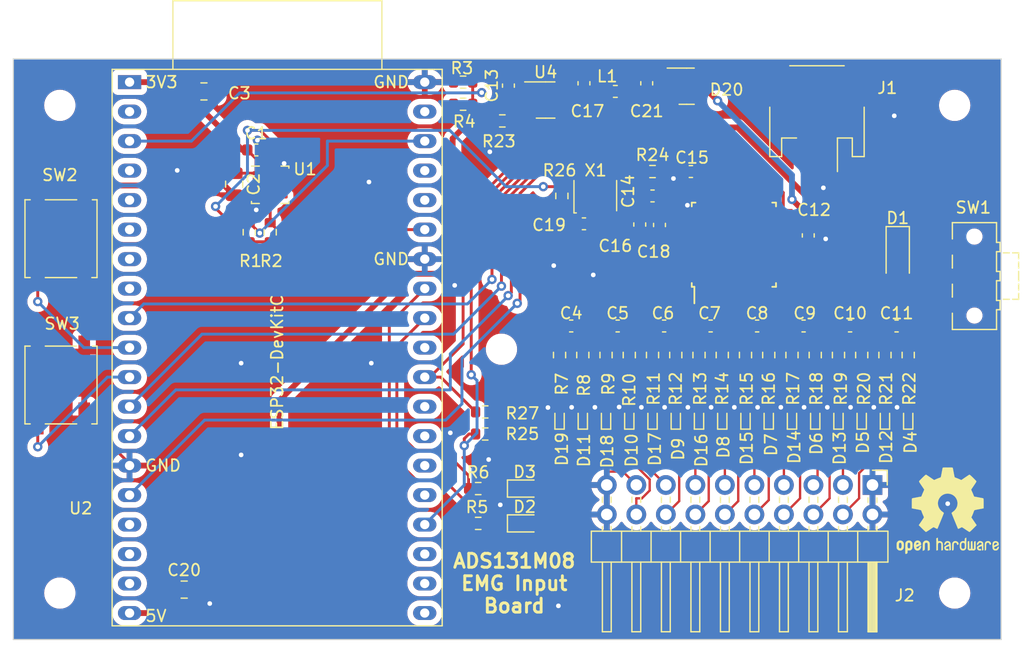
<source format=kicad_pcb>
(kicad_pcb (version 20221018) (generator pcbnew)
  (layers (0 "F.Cu" signal) (31 "B.Cu" signal) (34 "B.Paste" user) (35 "F.Paste" user) (36 "B.SilkS" user "B.Silkscreen") (37 "F.SilkS" user "F.Silkscreen") (38 "B.Mask" user) (39 "F.Mask" user) (44 "Edge.Cuts" user))
  (net 0 "")
  (net 1 "+3.3V")
  (net 2 "GND")
  (net 3 "/ADS131M08_Input/AIN0P")
  (net 4 "/ADS131M08_Input/AIN0N")
  (net 5 "/ADS131M08_Input/AIN1P")
  (net 6 "/ADS131M08_Input/AIN1N")
  (net 7 "/ADS131M08_Input/AIN2P")
  (net 8 "/ADS131M08_Input/AIN2N")
  (net 9 "/ADS131M08_Input/AIN3P")
  (net 10 "/ADS131M08_Input/AIN3N")
  (net 11 "/ADS131M08_Input/AIN4P")
  (net 12 "/ADS131M08_Input/AIN4N")
  (net 13 "/ADS131M08_Input/AIN5P")
  (net 14 "/ADS131M08_Input/AIN5N")
  (net 15 "/ADS131M08_Input/AIN6P")
  (net 16 "/ADS131M08_Input/AIN6N")
  (net 17 "/ADS131M08_Input/AIN7P")
  (net 18 "/ADS131M08_Input/AIN7N")
  (net 19 "+3.3VA")
  (net 20 "+5V")
  (net 21 "Net-(U3-CAP)")
  (net 22 "Net-(U3-CLKIN)")
  (net 23 "Net-(D1-A)")
  (net 24 "Net-(D2-K)")
  (net 25 "Net-(D3-K)")
  (net 26 "/ADS131M08_Input/IN0P")
  (net 27 "/ADS131M08_Input/IN1P")
  (net 28 "/ADS131M08_Input/IN2P")
  (net 29 "/ADS131M08_Input/IN3P")
  (net 30 "/ADS131M08_Input/IN4P")
  (net 31 "/ADS131M08_Input/IN5P")
  (net 32 "/ADS131M08_Input/IN6P")
  (net 33 "/ADS131M08_Input/IN7P")
  (net 34 "/ADS131M08_Input/IN0N")
  (net 35 "/ADS131M08_Input/IN1N")
  (net 36 "/ADS131M08_Input/IN2N")
  (net 37 "/ADS131M08_Input/IN3N")
  (net 38 "/ADS131M08_Input/IN4N")
  (net 39 "/ADS131M08_Input/IN5N")
  (net 40 "/ADS131M08_Input/IN6N")
  (net 41 "/ADS131M08_Input/IN7N")
  (net 43 "/SCL")
  (net 44 "/SDA")
  (net 45 "Net-(U2-SENSOR_VP{slash}GPIO36{slash}ADC1_CH0)")
  (net 46 "/LED1")
  (net 47 "/LED2")
  (net 48 "Net-(U4-EN)")
  (net 49 "Net-(X1-OUT)")
  (net 50 "/{slash}CS")
  (net 51 "Net-(X1-EN)")
  (net 52 "/{slash}RESET")
  (net 64 "/{slash}DRDY")
  (net 65 "/SW1")
  (net 66 "/SW2")
  (net 67 "/SCLK")
  (net 68 "/DOUT")
  (net 69 "/DIN")
  (net 88 "Net-(J1-Pin_1)")
  (net 90 "Net-(U4-OUT)")
  (footprint "Resistor_SMD:R_0603_1608Metric" (layer "F.Cu") (at 182 75.5 -90)
    (fp_text reference "R17")
    (fp_text value "1k")
  )
  (footprint "Capacitor_SMD:C_0603_1608Metric" (layer "F.Cu") (at 163 73)
    (fp_text reference "C4")
    (fp_text value "10n")
  )
  (footprint "Resistor_SMD:R_0603_1608Metric" (layer "F.Cu") (at 190 75.5 -90)
    (fp_text reference "R21")
    (fp_text value "1k")
  )
  (footprint "LED_SMD:LED_0603_1608Metric" (layer "F.Cu") (at 159 87)
    (fp_text reference "D3")
    (fp_text value "LED")
  )
  (footprint "Resistor_SMD:R_0603_1608Metric" (layer "F.Cu") (at 188 75.5 -90)
    (fp_text reference "R20")
    (fp_text value "1k")
  )
  (footprint "MountingHole:MountingHole_2.2mm_M2" (layer "F.Cu") (at 157 75)
    (fp_text reference "H5" hide)
    (fp_text value "MountingHole")
  )
  (footprint "Capacitor_SMD:C_0603_1608Metric" (layer "F.Cu") (at 191 73)
    (fp_text reference "C11")
    (fp_text value "10n")
  )
  (footprint "MountingHole:MountingHole_2.2mm_M2" (layer "F.Cu") (at 119 96)
    (fp_text reference "H2" hide)
    (fp_text value "MountingHole")
  )
  (footprint "Resistor_SMD:R_0603_1608Metric" (layer "F.Cu") (at 180 75.5 -90)
    (fp_text reference "R16")
    (fp_text value "1k")
  )
  (footprint "Inductor_SMD:L_0603_1608Metric" (layer "F.Cu") (at 166.8 52.8 180)
    (fp_text reference "L1")
    (fp_text value "3.3uH")
  )
  (footprint "Diode_SMD:D_SOD-923" (layer "F.Cu") (at 184 81.021548 90)
    (fp_text reference "D6")
    (fp_text value "PESD2V0Y1")
  )
  (footprint "Diode_SMD:D_SOD-923" (layer "F.Cu") (at 168 81.021548 90)
    (fp_text reference "D10")
    (fp_text value "PESD2V0Y1")
  )
  (footprint "Symbol:OSHW-Logo2_9.8x8mm_SilkScreen" (layer "F.Cu") (at 195.4 88.9)
    (fp_text reference "SYM1" hide)
    (fp_text value "Logo_Open_Hardware_Small" hide)
  )
  (footprint "Diode_SMD:D_SOD-923" (layer "F.Cu") (at 192 81.021548 90)
    (fp_text reference "D4")
    (fp_text value "PESD2V0Y1")
  )
  (footprint "Resistor_SMD:R_0603_1608Metric" (layer "F.Cu") (at 155 90 180)
    (fp_text reference "R5")
    (fp_text value "1k")
  )
  (footprint "Package_QFP:TQFP-32_7x7mm_P0.8mm" (layer "F.Cu") (at 177 66 90)
    (fp_text reference "U3" hide)
    (fp_text value "ADS131M08")
  )
  (footprint "Capacitor_SMD:C_0603_1608Metric" (layer "F.Cu") (at 164.1 52.1 90)
    (fp_text reference "C17")
    (fp_text value "1u")
  )
  (footprint "Resistor_SMD:R_0603_1608Metric" (layer "F.Cu") (at 186 75.5 -90)
    (fp_text reference "R19")
    (fp_text value "1k")
  )
  (footprint "Resistor_SMD:R_0603_1608Metric" (layer "F.Cu") (at 170 75.5 -90)
    (fp_text reference "R11")
    (fp_text value "1k")
  )
  (footprint "Button_Switch_SMD:SW_SPST_EVQP0" (layer "F.Cu") (at 119.1 65.48 90)
    (fp_text reference "SW2")
    (fp_text value "SW_Push")
  )
  (footprint "Capacitor_SMD:C_0805_2012Metric" (layer "F.Cu") (at 131.4 52.8)
    (fp_text reference "C3")
    (fp_text value "10u")
  )
  (footprint "LED_SMD:LED_0603_1608Metric" (layer "F.Cu") (at 159 90)
    (fp_text reference "D2")
    (fp_text value "LED")
  )
  (footprint "Resistor_SMD:R_0603_1608Metric" (layer "F.Cu") (at 157.075 55.34)
    (fp_text reference "R23")
    (fp_text value "100k")
  )
  (footprint "MountingHole:MountingHole_2.2mm_M2" (layer "F.Cu") (at 119 54)
    (fp_text reference "H1" hide)
    (fp_text value "MountingHole")
  )
  (footprint "Connector_PinHeader_2.54mm:PinHeader_2x10_P2.54mm_Horizontal" (layer "F.Cu") (at 188.925 86.69 -90)
    (fp_text reference "J2")
    (fp_text value "Conn_02x10_Odd_Even")
  )
  (footprint "Capacitor_SMD:C_0603_1608Metric" (layer "F.Cu") (at 175 73)
    (fp_text reference "C7")
    (fp_text value "10n")
  )
  (footprint "Capacitor_SMD:C_0603_1608Metric" (layer "F.Cu") (at 135.9 57.84)
    (fp_text reference "C1")
    (fp_text value "100n")
  )
  (footprint "Diode_SMD:D_SOD-923" (layer "F.Cu") (at 190 81.021548 90)
    (fp_text reference "D12")
    (fp_text value "PESD2V0Y1")
  )
  (footprint "Diode_SMD:D_SOD-923" (layer "F.Cu") (at 180 81.021548 90)
    (fp_text reference "D7")
    (fp_text value "PESD2V0Y1")
  )
  (footprint "Diode_SMD:D_SOD-923" (layer "F.Cu") (at 182 81.021548 90)
    (fp_text reference "D14")
    (fp_text value "PESD2V0Y1")
  )
  (footprint "Resistor_SMD:R_0603_1608Metric" (layer "F.Cu") (at 162 75.5 -90)
    (fp_text reference "R7")
    (fp_text value "1k")
  )
  (footprint "Diode_SMD:D_SOD-923" (layer "F.Cu") (at 174 81.021548 90)
    (fp_text reference "D16")
    (fp_text value "PESD2V0Y1")
  )
  (footprint "Resistor_SMD:R_0603_1608Metric" (layer "F.Cu") (at 184 75.5 -90)
    (fp_text reference "R18")
    (fp_text value "1k")
  )
  (footprint "Resistor_SMD:R_0603_1608Metric" (layer "F.Cu") (at 192 75.5 -90)
    (fp_text reference "R22")
    (fp_text value "1k")
  )
  (footprint "Diode_SMD:D_SOD-923" (layer "F.Cu") (at 176 81.021548 90)
    (fp_text reference "D8")
    (fp_text value "PESD2V0Y1")
  )
  (footprint "Resistor_SMD:R_0603_1608Metric" (layer "F.Cu") (at 155.6 82.3 180)
    (fp_text reference "R25")
    (fp_text value "100k")
  )
  (footprint "Capacitor_SMD:C_0805_2012Metric" (layer "F.Cu") (at 134 60.79 -90)
    (fp_text reference "C2")
    (fp_text value "10u")
  )
  (footprint "Package_TO_SOT_SMD:SOT-23-5" (layer "F.Cu") (at 160.8 53.54)
    (fp_text reference "U4")
    (fp_text value "LP5907MFX-3.3")
  )
  (footprint "Resistor_SMD:R_0603_1608Metric" (layer "F.Cu") (at 155 87 180)
    (fp_text reference "R6")
    (fp_text value "1k")
  )
  (footprint "Capacitor_SMD:C_0603_1608Metric" (layer "F.Cu") (at 187 73)
    (fp_text reference "C10")
    (fp_text value "10n")
  )
  (footprint "Resistor_SMD:R_0603_1608Metric" (layer "F.Cu") (at 162.2 61.8 90)
    (fp_text reference "R26")
    (fp_text value "100k")
  )
  (footprint "Capacitor_SMD:C_0603_1608Metric" (layer "F.Cu") (at 169.5 52.1 90)
    (fp_text reference "C21")
    (fp_text value "100n")
  )
  (footprint "Resistor_SMD:R_0603_1608Metric" (layer "F.Cu") (at 174 75.5 -90)
    (fp_text reference "R13")
    (fp_text value "1k")
  )
  (footprint "Espressif:ESP32-DevKitC" (layer "F.Cu") (at 125 52)
    (fp_text reference "U2")
    (fp_text value "ESP32-DevKitC")
  )
  (footprint "Diode_SMD:D_SOD-923" (layer "F.Cu") (at 166 81.021548 90)
    (fp_text reference "D18")
    (fp_text value "PESD2V0Y1")
  )
  (footprint "Capacitor_SMD:C_0603_1608Metric" (layer "F.Cu") (at 170 61.8 180)
    (fp_text reference "C14")
    (fp_text value "220n")
  )
  (footprint "Capacitor_SMD:C_0805_2012Metric" (layer "F.Cu") (at 129.7 95.7)
    (fp_text reference "C20")
    (fp_text value "10u")
  )
  (footprint "Resistor_SMD:R_0603_1608Metric" (layer "F.Cu") (at 172 75.5 -90)
    (fp_text reference "R12")
    (fp_text value "1k")
  )
  (footprint "Resistor_SMD:R_0603_1608Metric" (layer "F.Cu") (at 166 75.5 -90)
    (fp_text reference "R9")
    (fp_text value "1k")
  )
  (footprint "Capacitor_SMD:C_0603_1608Metric" (layer "F.Cu") (at 171 73)
    (fp_text reference "C6")
    (fp_text value "10n")
  )
  (footprint "Resistor_SMD:R_0603_1608Metric" (layer "F.Cu") (at 176 75.5 -90)
    (fp_text reference "R14")
    (fp_text value "1k")
  )
  (footprint "Resistor_SMD:R_0603_1608Metric" (layer "F.Cu") (at 155.6 80.4 180)
    (fp_text reference "R27")
    (fp_text value "100k")
  )
  (footprint "MountingHole:MountingHole_2.2mm_M2" (layer "F.Cu") (at 196 54)
    (fp_text reference "H3" hide)
    (fp_text value "MountingHole")
  )
  (footprint "Diode_SMD:D_SOD-923" (layer "F.Cu") (at 178 81.021548 90)
    (fp_text reference "D15")
    (fp_text value "PESD2V0Y1")
  )
  (footprint "Button_Switch_SMD:SW_SPDT_CK-JS102011SAQN" (layer "F.Cu") (at 197.7 68.7 90)
    (fp_text reference "SW1")
    (fp_text value "SW_SPDT")
  )
  (footprint "Diode_SMD:D_SOD-923" (layer "F.Cu") (at 172 81.021548 90)
    (fp_text reference "D9")
    (fp_text value "PESD2V0Y1")
  )
  (footprint "Button_Switch_SMD:SW_SPST_EVQP0" (layer "F.Cu") (at 119.1 78.08 90)
    (fp_text reference "SW3")
    (fp_text value "SW_Push")
  )
  (footprint "Connector_JST:JST_PH_S2B-PH-SM4-TB_1x02-1MP_P2.00mm_Horizontal" (layer "F.Cu") (at 184.15 55.1 180)
    (fp_text reference "J1")
    (fp_text value "Conn_01x02")
  )
  (footprint "Capacitor_SMD:C_0603_1608Metric" (layer "F.Cu") (at 167 73)
    (fp_text reference "C5")
    (fp_text value "10n")
  )
  (footprint "Diode_SMD:D_SOD-923" (layer "F.Cu") (at 186 81.021548 90)
    (fp_text reference "D13")
    (fp_text value "PESD2V0Y1")
  )
  (footprint "Diode_SMD:D_SOD-923" (layer "F.Cu") (at 188 81.021548 90)
    (fp_text reference "D5")
    (fp_text value "PESD2V0Y1")
  )
  (footprint "Capacitor_SMD:C_0603_1608Metric" (layer "F.Cu") (at 168.9 64.26 90)
    (fp_text reference "C16")
    (fp_text value "100n")
  )
  (footprint "Diode_SMD:D_SOD-923" (layer "F.Cu") (at 170 81.021548 90)
    (fp_text reference "D17")
    (fp_text value "PESD2V0Y1" hide)
  )
  (footprint "Package_LGA:LGA-16_3x3mm_P0.5mm_LayoutBorder3x5y" (layer "F.Cu") (at 137.1 60.84)
    (fp_text reference "U1")
    (fp_text value "LIS3DH")
  )
  (footprint "Resistor_SMD:R_0603_1608Metric" (layer "F.Cu") (at 137.1 64.925 90)
    (fp_text reference "R2")
    (fp_text value "4k7")
  )
  (footprint "Package_TO_SOT_SMD:SOT-23" (layer "F.Cu") (at 172.9375 52.35)
    (fp_text reference "D20")
    (fp_text value "BZX84Cxx")
  )
  (footprint "Capacitor_SMD:C_0603_1608Metric" (layer "F.Cu") (at 157.6 52.3 90)
    (fp_text reference "C13")
    (fp_text value "1u")
  )
  (footprint "Resistor_SMD:R_0603_1608Metric" (layer "F.Cu") (at 170 59.7)
    (fp_text reference "R24")
    (fp_text value "10R")
  )
  (footprint "Resistor_SMD:R_0603_1608Metric" (layer "F.Cu") (at 164 75.5 -90)
    (fp_text reference "R8")
    (fp_text value "1k")
  )
  (footprint "Resistor_SMD:R_0603_1608Metric" (layer "F.Cu") (at 135.3 64.925 90)
    (fp_text reference "R1")
    (fp_text value "4k7")
  )
  (footprint "Resistor_SMD:R_0603_1608Metric" (layer "F.Cu") (at 168 75.5 -90)
    (fp_text reference "R10")
    (fp_text value "1k")
  )
  (footprint "Resistor_SMD:R_0603_1608Metric" (layer "F.Cu") (at 153.7 53.9)
    (fp_text reference "R3")
    (fp_text value "220k")
  )
  (footprint "MountingHole:MountingHole_2.2mm_M2" (layer "F.Cu") (at 196 96)
    (fp_text reference "H4" hide)
    (fp_text value "MountingHole")
  )
  (footprint "Capacitor_SMD:C_0603_1608Metric" (layer "F.Cu") (at 173.3 59.7 180)
    (fp_text reference "C15")
    (fp_text value "10p")
  )
  (footprint "Diode_SMD:D_SOD-923" (layer "F.Cu") (at 164 81.021548 90)
    (fp_text reference "D11")
    (fp_text value "PESD2V0Y1")
  )
  (footprint "Capacitor_SMD:C_0603_1608Metric" (layer "F.Cu") (at 164.1 64.2)
    (fp_text reference "C19")
    (fp_text value "100n")
  )
  (footprint "Capacitor_SMD:C_0603_1608Metric" (layer "F.Cu") (at 183 73)
    (fp_text reference "C9")
    (fp_text value "10n")
  )
  (footprint "Capacitor_SMD:C_0603_1608Metric" (layer "F.Cu") (at 170.6 64.3 90)
    (fp_text reference "C18")
    (fp_text value "1u")
  )
  (footprint "Resistor_SMD:R_0603_1608Metric" (layer "F.Cu") (at 153.7 52 180)
    (fp_text reference "R4")
    (fp_text value "120k")
  )
  (footprint "Capacitor_SMD:C_0603_1608Metric" (layer "F.Cu") (at 183.4 65.2 -90)
    (fp_text reference "C12")
    (fp_text value "100n")
  )
  (footprint "Diode_SMD:D_SOD-123" (layer "F.Cu") (at 191.1 66.8 -90)
    (fp_text reference "D1")
    (fp_text value "MBR0520LT")
  )
  (footprint "Diode_SMD:D_SOD-923" (layer "F.Cu") (at 162 81.021548 90)
    (fp_text reference "D19")
    (fp_text value "PESD2V0Y1")
  )
  (footprint "Capacitor_SMD:C_0603_1608Metric" (layer "F.Cu") (at 179 73)
    (fp_text reference "C8")
    (fp_text value "10n")
  )
  (footprint "Resistor_SMD:R_0603_1608Metric" (layer "F.Cu") (at 178 75.5 -90)
    (fp_text reference "R15")
    (fp_text value "1k")
  )
  (footprint "Oscillator:Oscillator_SMD_EuroQuartz_XO32-4Pin_3.2x2.5mm" (layer "F.Cu") (at 165.075 61.775 90)
    (fp_text reference "X1")
    (fp_text value "SIT8924BA")
  )
  (gr_line (start 115 50) (end 115 100) (stroke (width 0.1)) (layer "Edge.Cuts"))
  (gr_line (start 115 50) (end 200 50) (stroke (width 0.1)) (layer "Edge.Cuts"))
  (gr_line (start 200 100) (end 115 100) (stroke (width 0.1)) (layer "Edge.Cuts"))
  (gr_line (start 200 100) (end 200 50) (stroke (width 0.1)) (layer "Edge.Cuts"))
  (gr_text "ADS131M08\nEMG Input\nBoard" (at 158.1 97.8) (layer "F.SilkS") (effects (font (size 1.2 1.2) (thickness 0.25) bold) (justify bottom)))
  (segment (start 170.56 65.035) (end 170.6 65.075) (width 0.25) (layer "F.Cu") (net 1))
  (segment (start 159.7875 85.6625) (end 156.425 82.3) (width 0.5) (layer "F.Cu") (net 1))
  (segment (start 160.2 76.625) (end 160.2 71.5) (width 0.5) (layer "F.Cu") (net 1))
  (segment (start 135.3 65.75) (end 132.4 62.85) (width 0.25) (layer "F.Cu") (net 1))
  (segment (start 156.425 80.4) (end 160.2 76.625) (width 0.5) (layer "F.Cu") (net 1))
  (segment (start 172.75 64) (end 171.675 64) (width 0.5) (layer "F.Cu") (net 1))
  (segment (start 162.175 61) (end 160.6 61) (width 0.25) (layer "F.Cu") (net 1))
  (segment (start 164.425 65.3) (end 168.635 65.3) (width 0.5) (layer "F.Cu") (net 1))
  (segment (start 135.875 59.84) (end 134 59.84) (width 0.25) (layer "F.Cu") (net 1))
  (segment (start 137.6 59.256637) (end 137.5755 59.232137) (width 0.25) (layer "F.Cu") (net 1))
  (segment (start 134.7 57.84) (end 130.45 53.59) (width 0.5) (layer "F.Cu") (net 1))
  (segment (start 163.325 64.2) (end 161.9 64.2) (width 0.5) (layer "F.Cu") (net 1))
  (segment (start 130.45 52.8) (end 129.65 52) (width 0.5) (layer "F.Cu") (net 1))
  (segment (start 135.875 58.59) (end 135.125 57.84) (width 0.25) (layer "F.Cu") (net 1))
  (segment (start 161.1 63.4) (end 161.1 62.075) (width 0.5) (layer "F.Cu") (net 1))
  (segment (start 132.4 62.85) (end 132.4 62.7) (width 0.25) (layer "F.Cu") (net 1))
  (segment (start 159.7875 87) (end 159.7875 85.6625) (width 0.5) (layer "F.Cu") (net 1))
  (segment (start 137.6 62.065) (end 137.6 59.615) (width 0.25) (layer "F.Cu") (net 1))
  (segment (start 156.425 82.3) (end 156.425 80.4) (width 0.5) (layer "F.Cu") (net 1))
  (segment (start 168.9 65.035) (end 170.56 65.035) (width 0.5) (layer "F.Cu") (net 1))
  (segment (start 163.325 64.2) (end 164.425 65.3) (width 0.5) (layer "F.Cu") (net 1))
  (segment (start 159.7875 90) (end 159.7875 87) (width 0.5) (layer "F.Cu") (net 1))
  (segment (start 162.2 60.975) (end 163.975 60.975) (width 0.25) (layer "F.Cu") (net 1))
  (segment (start 130.45 53.59) (end 130.45 52.8) (width 0.5) (layer "F.Cu") (net 1))
  (segment (start 168.635 65.3) (end 168.9 65.035) (width 0.5) (layer "F.Cu") (net 1))
  (segment (start 171.675 64) (end 170.6 65.075) (width 0.5) (layer "F.Cu") (net 1))
  (segment (start 135.125 57.84) (end 134.7 57.84) (width 0.25) (layer "F.Cu") (net 1))
  (segment (start 162.2 60.975) (end 162.200001 60.974999) (width 0.5) (layer "F.Cu") (net 1))
  (segment (start 135.875 59.84) (end 135.875 58.59) (width 0.25) (layer "F.Cu") (net 1))
  (segment (start 161.1 62.075) (end 162.200001 60.974999) (width 0.5) (layer "F.Cu") (net 1))
  (segment (start 137.5755 59.232137) (end 137.5755 57.487683) (width 0.25) (layer "F.Cu") (net 1))
  (segment (start 160.2 71.5) (end 166.4 65.3) (width 0.5) (layer "F.Cu") (net 1))
  (segment (start 135.145 56.155) (end 135.145 57.82) (width 0.25) (layer "F.Cu") (net 1))
  (segment (start 137.6 59.615) (end 137.6 59.256637) (width 0.25) (layer "F.Cu") (net 1))
  (segment (start 135.145 57.82) (end 135.125 57.84) (width 0.25) (layer "F.Cu") (net 1))
  (segment (start 129.65 52) (end 125 52) (width 0.5) (layer "F.Cu") (net 1))
  (segment (start 161.9 64.2) (end 161.1 63.4) (width 0.5) (layer "F.Cu") (net 1))
  (segment (start 163.975 60.975) (end 164 61) (width 0.25) (layer "F.Cu") (net 1))
  (segment (start 137.5755 57.487683) (end 136.242817 56.155) (width 0.25) (layer "F.Cu") (net 1))
  (segment (start 136.242817 56.155) (end 135.145 56.155) (width 0.25) (layer "F.Cu") (net 1))
  (segment (start 162.2 60.975) (end 162.175 61) (width 0.25) (layer "F.Cu") (net 1))
  (segment (start 135.3 65.75) (end 137.1 65.75) (width 0.25) (layer "F.Cu") (net 1))
  (segment (start 166.4 65.3) (end 167.4 65.3) (width 0.5) (layer "F.Cu") (net 1))
  (via (at 135.145 56.155) (size 0.8) (drill 0.4) (layers "F.Cu" "B.Cu") (net 1))
  (via (at 132.4 62.7) (size 0.8) (drill 0.4) (layers "F.Cu" "B.Cu") (net 1))
  (via (at 160.6 61) (size 0.8) (drill 0.4) (layers "F.Cu" "B.Cu") (net 1))
  (segment (start 135.145 56.155) (end 135.145 59.955) (width 0.25) (layer "B.Cu") (net 1))
  (segment (start 152.555 56.155) (end 135.145 56.155) (width 0.25) (layer "B.Cu") (net 1))
  (segment (start 157.4 61) (end 152.555 56.155) (width 0.25) (layer "B.Cu") (net 1))
  (segment (start 160.6 61) (end 157.4 61) (width 0.25) (layer "B.Cu") (net 1))
  (segment (start 135.145 59.955) (end 132.4 62.7) (width 0.25) (layer "B.Cu") (net 1))
  (segment (start 132.35 52.8) (end 133.15 52) (width 0.25) (layer "F.Cu") (net 2))
  (segment (start 188.925 86.69) (end 188.925 89.23) (width 0.25) (layer "F.Cu") (net 2))
  (segment (start 171.8 60.3) (end 171.925 60.3) (width 0.25) (layer "F.Cu") (net 2))
  (segment (start 182 80.601548) (end 181.641215 80.601548) (width 0.25) (layer "F.Cu") (net 2))
  (segment (start 168.475 62.55) (end 169.225 61.8) (width 0.25) (layer "F.Cu") (net 2))
  (segment (start 183.025 65.6) (end 183.4 65.975) (width 0.25) (layer "F.Cu") (net 2))
  (segment (start 168.9 62.125) (end 168.9 63.485) (width 0.25) (layer "F.Cu") (net 2))
  (segment (start 181.641215 80.601548) (end 181.039667 80) (width 0.25) (layer "F.Cu") (net 2))
  (segment (start 172.75 65.6) (end 174.6 65.6) (width 0.25) (layer "F.Cu") (net 2))
  (segment (start 135.875 61.84) (end 135.875 62.875) (width 0.25) (layer "F.Cu") (net 2))
  (segment (start 184 80.601548) (end 183.641215 80.601548) (width 0.25) (layer "F.Cu") (net 2))
  (segment (start 190 80.601548) (end 189.641215 80.601548) (width 0.25) (layer "F.Cu") (net 2))
  (segment (start 136.6 59.1) (end 136.6 59.615) (width 0.25) (layer "F.Cu") (net 2))
  (segment (start 125 84.86) (end 121.1 80.96) (width 0.25) (layer "F.Cu") (net 2))
  (segment (start 168 80.601548) (end 167.748978 80.601548) (width 0.25) (layer "F.Cu") (net 2))
  (segment (start 177.641215 80.601548) (end 177.039667 80) (width 0.25) (layer "F.Cu") (net 2))
  (segment (start 179.641215 80.601548) (end 179.039667 80) (width 0.25) (layer "F.Cu") (net 2))
  (segment (start 178 80.601548) (end 177.641215 80.601548) (width 0.25) (layer "F.Cu") (net 2))
  (segment (start 138.3 59.815) (end 138.325 59.84) (width 0.25) (layer "F.Cu") (net 2))
  (segment (start 171.641215 80.601548) (end 171.039667 80) (width 0.25) (layer "F.Cu") (net 2))
  (segment (start 136.6 59.1) (end 136.6 57.915) (width 0.25) (layer "F.Cu") (net 2))
  (segment (start 191.641215 80.601548) (end 191.039667 80) (width 0.25) (layer "F.Cu") (net 2))
  (segment (start 160.223528 53.54) (end 160.825 52.938528) (width 0.5) (layer "F.Cu") (net 2))
  (segment (start 138.96 61.063363) (end 138.96 60.34) (width 0.25) (layer "F.Cu") (net 2))
  (segment (start 164 80.601548) (end 163.641215 80.601548) (width 0.25) (layer "F.Cu") (net 2))
  (segment (start 161.58 80.601548) (end 161 80.021548) (width 0.25) (layer "F.Cu") (net 2))
  (segment (start 166.065 86.69) (end 166.065 89.23) (width 0.25) (layer "F.Cu") (net 2))
  (segment (start 152.875 52) (end 153.8 51.075) (width 0.5) (layer "F.Cu") (net 2))
  (segment (start 173.641215 80.601548) (end 173.039667 80) (width 0.25) (layer "F.Cu") (net 2))
  (segment (start 153.8 51.075) (end 157.15 51.075) (width 0.5) (layer "F.Cu") (net 2))
  (segment (start 150.4 67.24) (end 127.4 67.24) (width 0.25) (layer "F.Cu") (net 2))
  (segment (start 185.641215 80.601548) (end 185.039667 80) (width 0.25) (layer "F.Cu") (net 2))
  (segment (start 171.925 60.3) (end 172.525 59.7) (width 0.25) (layer "F.Cu") (net 2))
  (segment (start 172.65 63.1) (end 172.75 63.2) (width 0.25) (layer "F.Cu") (net 2))
  (segment (start 174 80.601548) (end 173.641215 80.601548) (width 0.25) (layer "F.Cu") (net 2))
  (segment (start 184.7 60.8) (end 184.7 61.1) (width 0.5) (layer "F.Cu") (net 2))
  (segment (start 157.8 51.325) (end 160.9 51.325) (width 0.5) (layer "F.Cu") (net 2))
  (segment (start 157.15 51.075) (end 157.6 51.525) (width 0.5) (layer "F.Cu") (net 2))
  (segment (start 162 80.601548) (end 161.58 80.601548) (width 0.25) (layer "F.Cu") (net 2))
  (segment (start 174.6 65.6) (end 181.25 65.6) (width 0.25) (layer "F.Cu") (net 2))
  (segment (start 138.96 59.96) (end 146.92 52) (width 0.25) (layer "F.Cu") (net 2))
  (segment (start 169.641215 80.601548) (end 169.039667 80) (width 0.25) (layer "F.Cu") (net 2))
  (segment (start 174.6 64) (end 174.6 65.6) (width 0.25) (layer "F.Cu") (net 2))
  (segment (start 187.641215 80.601548) (end 187.039667 80) (width 0.25) (layer "F.Cu") (net 2))
  (segment (start 136.6 57.915) (end 136.675 57.84) (width 0.25) (layer "F.Cu") (net 2))
  (segment (start 173 62.95) (end 172.75 63.2) (width 0.25) (layer "F.Cu") (net 2))
  (segment (start 165.641215 80.601548) (end 165.039667 80) (width 0.25) (layer "F.Cu") (net 2))
  (segment (start 183.15 59.25) (end 184.7 60.8) (width 0.5) (layer "F.Cu") (net 2))
  (segment (start 173 62.6) (end 173 62.95) (width 0.25) (layer "F.Cu") (net 2))
  (segment (start 138.3 59) (end 138.3 59.815) (width 0.25) (layer "F.Cu") (net 2))
  (segment (start 138.84 59.84) (end 138.325 59.84) (width 0.25) (layer "F.Cu") (net 2))
  (segment (start 160.825 51.4) (end 160.9 51.325) (width 0.5) (layer "F.Cu") (net 2))
  (segment (start 167.748978 80.601548) (end 167.1245 79.97707) (width 0.25) (layer "F.Cu") (net 2))
  (segment (start 135.875 62.875) (end 135.875 62.975) (width 0.25) (layer "F.Cu") (net 2))
  (segment (start 135.875 62.975) (end 135.9 63) (width 0.25) (layer "F.Cu") (net 2))
  (segment (start 146.92 52) (end 150.4 52) (width 0.25) (layer "F.Cu") (net 2))
  (segment (start 138.96 60.34) (end 138.96 59.96) (width 0.25) (layer "F.Cu") (net 2))
  (segment (start 170 80.601548) (end 169.641215 80.601548) (width 0.25) (layer "F.Cu") (net 2))
  (segment (start 127.4 67.24) (end 126.06 65.9) (width 0.25) (layer "F.Cu") (net 2))
  (segment (start 169.5 51.325) (end 171.925 51.325) (width 0.5) (layer "F.Cu") (net 2))
  (segment (start 134 61.74) (end 133.16 60.9) (width 0.5) (layer "F.Cu") (net 2))
  (segment (start 160.9 51.325) (end 164.1 51.325) (width 0.5) (layer "F.Cu") (net 2))
  (segment (start 170.6 63.525) (end 171.025 63.1) (width 0.25) (layer "F.Cu") (net 2))
  (segment (start 184.9 65.5) (end 183.875 65.5) (width 0.5) (layer "F.Cu") (net 2))
  (segment (start 166.15 62.55) (end 168.475 62.55) (width 0.25) (layer "F.Cu") (net 2))
  (segment (start 121.1 75.2) (end 121.1 80.96) (width 0.25) (layer "F.Cu") (net 2))
  (segment (start 138.96 59.96) (end 138.84 59.84) (width 0.25) (layer "F.Cu") (net 2))
  (segment (start 121.1 65.9) (end 121.1 68.36) (width 0.25) (layer "F.Cu") (net 2))
  (segment (start 137.1 59.1) (end 136.6 59.1) (width 0.25) (layer "F.Cu") (net 2))
  (segment (start 169.225 61.8) (end 168.9 62.125) (width 0.25) (layer "F.Cu") (net 2))
  (segment (start 137.1 59.615) (end 137.1 59.1) (width 0.25) (layer "F.Cu") (net 2))
  (segment (start 138.325 60.34) (end 138.96 60.34) (width 0.25) (layer "F.Cu") (net 2))
  (segment (start 172 80.601548) (end 171.641215 80.601548) (width 0.25) (layer "F.Cu") (net 2))
  (segment (start 152.875 52) (end 150.4 52) (width 0.5) (layer "F.Cu") (net 2))
  (segment (start 186 80.601548) (end 185.641215 80.601548) (width 0.25) (layer "F.Cu") (net 2))
  (segment (start 181.25 65.6) (end 183.025 65.6) (width 0.25) (layer "F.Cu") (net 2))
  (segment (start 159.6625 53.54) (end 160.046751 53.54) (width 0.25) (layer "F.Cu") (net 2))
  (segment (start 136.675 57.84) (end 136.675 57.675) (width 0.25) (layer "F.Cu") (net 2))
  (segment (start 172 51.4) (end 176.6 51.4) (width 0.5) (layer "F.Cu") (net 2))
  (segment (start 188 80.601548) (end 187.641215 80.601548) (width 0.25) (layer "F.Cu") (net 2))
  (segment (start 176 80.601548) (end 175.641215 80.601548) (width 0.25) (layer "F.Cu") (net 2))
  (segment (start 183.875 65.5) (end 183.4 65.975) (width 0.5) (layer "F.Cu") (net 2))
  (segment (start 172.75 63.2) (end 173.8 63.2) (width 0.25) (layer "F.Cu") (net 2))
  (segment (start 170.56 63.485) (end 170.6 63.525) (width 0.25) (layer "F.Cu") (net 2))
  (segment (start 180 80.601548) (end 179.641215 80.601548) (width 0.25) (layer "F.Cu") (net 2))
  (segment (start 121.1 68.36) (end 121.1 75.2) (width 0.25) (layer "F.Cu") (net 2))
  (segment (start 136.675 57.675) (end 136 57) (width 0.25) (layer "F.Cu") (net 2))
  (segment (start 173.8 63.2) (end 174.6 64) (width 0.25) (layer "F.Cu") (net 2))
  (segment (start 192 80.601548) (end 191.641215 80.601548) (width 0.25) (layer "F.Cu") (net 2))
  (segment (start 122.8 60.9) (end 121.1 62.6) (width 0.25) (layer "F.Cu") (net 2))
  (segment (start 138.325 61.34) (end 138.683363 61.34) (width 0.25) (layer "F.Cu") (net 2))
  (segment (start 166.15 62.55) (end 166.15 62.925) (width 0.25) (layer "F.Cu") (net 2))
  (segment (start 176.6 51.4) (end 183.15 57.95) (width 0.5) (layer "F.Cu") (net 2))
  (segment (start 126.06 65.9) (end 121.1 65.9) (width 0.25) (layer "F.Cu") (net 2))
  (segment (start 183.15 57.95) (end 183.15 59.25) (width 0.5) (layer "F.Cu") (net 2))
  (segment (start 121.1 62.6) (end 121.1 65.9) (width 0.25) (layer "F.Cu") (net 2))
  (segment (start 183.641215 80.601548) (end 183.039667 80) (width 0.25) (layer "F.Cu") (net 2))
  (segment (start 160.825 52.938528) (end 160.825 51.4) (width 0.5) (layer "F.Cu") (net 2))
  (segment (start 164.125 51.35) (end 164.1 51.325) (width 0.25) (layer "F.Cu") (net 2))
  (segment (start 133.15 52) (end 150.4 52) (width 0.25) (layer "F.Cu") (net 2))
  (segment (start 166.15 62.925) (end 164.875 64.2) (width 0.25) (layer "F.Cu") (net 2))
  (segment (start 138.683363 61.34) (end 138.96 61.063363) (width 0.25) (layer "F.Cu") (net 2))
  (segment (start 163.641215 80.601548) (end 163.039667 80) (width 0.25) (layer "F.Cu") (net 2))
  (segment (start 133.16 60.9) (end 122.8 60.9) (width 0.5) (layer "F.Cu") (net 2))
  (segment (start 125 85.02) (end 125 84.86) (width 0.25) (layer "F.Cu") (net 2))
  (segment (start 189.641215 80.601548) (end 189.039667 80) (width 0.25) (layer "F.Cu") (net 2))
  (segment (start 171.025 63.1) (end 172.65 63.1) (width 0.25) (layer "F.Cu") (net 2))
  (segment (start 171.925 51.325) (end 172 51.4) (width 0.5) (layer "F.Cu") (net 2))
  (segment (start 160.046751 53.54) (end 160.223528 53.54) (width 0.5) (layer "F.Cu") (net 2))
  (segment (start 175.641215 80.601548) (end 175.039667 80) (width 0.25) (layer "F.Cu") (net 2))
  (segment (start 168.9 63.485) (end 170.56 63.485) (width 0.25) (layer "F.Cu") (net 2))
  (segment (start 166 80.601548) (end 165.641215 80.601548) (width 0.25) (layer "F.Cu") (net 2))
  (via (at 152.6 82.2) (size 0.8) (drill 0.4) (layers "F.Cu" "B.Cu") (net 2))
  (via (at 129.1 59.6) (size 0.8) (drill 0.4) (layers "F.Cu" "B.Cu") (net 2))
  (via (at 134.6 84.1) (size 0.8) (drill 0.4) (layers "F.Cu" "B.Cu") (net 2))
  (via (at 195.4 88.3) (size 0.8) (drill 0.4) (layers "F.Cu" "B.Cu") (net 2))
  (via (at 161.5 67.8) (size 0.8) (drill 0.4) (layers "F.Cu" "B.Cu") (net 2))
  (via (at 152.9755 69.5) (size 0.8) (drill 0.4) (layers "F.Cu" "B.Cu") (net 2))
  (via (at 177.039667 80) (size 0.8) (drill 0.4) (layers "F.Cu" "B.Cu") (net 2))
  (via (at 161 80.021548) (size 0.8) (drill 0.4) (layers "F.Cu" "B.Cu") (net 2))
  (via (at 184.9 65.5) (size 0.8) (drill 0.4) (layers "F.Cu" "B.Cu") (net 2))
  (via (at 134.6 76.2) (size 0.8) (drill 0.4) (layers "F.Cu" "B.Cu") (net 2))
  (via (at 145.8 76.2) (size 0.8) (drill 0.4) (layers "F.Cu" "B.Cu") (net 2))
  (via (at 164.9 68.6) (size 0.8) (drill 0.4) (layers "F.Cu" "B.Cu") (net 2))
  (via (at 131.9 96.9) (size 0.8) (drill 0.4) (layers "F.Cu" "B.Cu") (net 2))
  (via (at 173 62.6) (size 0.8) (drill 0.4) (layers "F.Cu" "B.Cu") (net 2))
  (via (at 184.7 61.1) (size 0.8) (drill 0.4) (layers "F.Cu" "B.Cu") (net 2))
  (via (at 185.039667 80) (size 0.8) (drill 0.4) (layers "F.Cu" "B.Cu") (net 2))
  (via (at 190.8 54.9) (size 0.8) (drill 0.4) (layers "F.Cu" "B.Cu") (net 2))
  (via (at 155.9 84.5) (size 0.8) (drill 0.4) (layers "F.Cu" "B.Cu") (net 2))
  (via (at 179.039667 80) (size 0.8) (drill 0.4) (layers "F.Cu" "B.Cu") (net 2))
  (via (at 171.8 60.3) (size 0.8) (drill 0.4) (layers "F.Cu" "B.Cu") (net 2))
  (via (at 145.6 60.6) (size 0.8) (drill 0.4) (layers "F.Cu" "B.Cu") (net 2))
  (via (at 135.9 63) (size 0.8) (drill 0.4) (layers "F.Cu" "B.Cu") (net 2))
  (via (at 187.039667 80) (size 0.8) (drill 0.4) (layers "F.Cu" "B.Cu") (net 2))
  (via (at 189.039667 80) (size 0.8) (drill 0.4) (layers "F.Cu" "B.Cu") (net 2))
  (via (at 163.039667 80) (size 0.8) (drill 0.4) (layers "F.Cu" "B.Cu") (net 2))
  (via (at 136 57) (size 0.8) (drill 0.4) (layers "F.Cu" "B.Cu") (net 2))
  (via (at 181.039667 80) (size 0.8) (drill 0.4) (layers "F.Cu" "B.Cu") (net 2))
  (via (at 173.039667 80) (size 0.8) (drill 0.4) (layers "F.Cu" "B.Cu") (net 2))
  (via (at 165.039667 80) (size 0.8) (drill 0.4) (layers "F.Cu" "B.Cu") (net 2))
  (via (at 161.9 97.1) (size 0.8) (drill 0.4) (layers "F.Cu" "B.Cu") (net 2))
  (via (at 169.039667 80) (size 0.8) (drill 0.4) (layers "F.Cu" "B.Cu") (net 2))
  (via (at 191.039667 80) (size 0.8) (drill 0.4) (layers "F.Cu" "B.Cu") (net 2))
  (via (at 167.1245 79.97707) (size 0.8) (drill 0.4) (layers "F.Cu" "B.Cu") (net 2))
  (via (at 175.039667 80) (size 0.8) (drill 0.4) (layers "F.Cu" "B.Cu") (net 2))
  (via (at 171.039667 80) (size 0.8) (drill 0.4) (layers "F.Cu" "B.Cu") (net 2))
  (via (at 156.9 88.4) (size 0.8) (drill 0.4) (layers "F.Cu" "B.Cu") (net 2))
  (via (at 138.3 59) (size 0.8) (drill 0.4) (layers "F.Cu" "B.Cu") (net 2))
  (via (at 183.039667 80) (size 0.8) (drill 0.4) (layers "F.Cu" "B.Cu") (net 2))
  (via (at 156 58) (size 0.8) (drill 0.4) (layers "F.Cu" "B.Cu") (net 2))
  (segment (start 171.8 60.3) (end 171.8 61.6) (width 0.25) (layer "B.Cu") (net 2))
  (segment (start 188.9 77.6) (end 188.925 77.625) (width 0.25) (layer "B.Cu") (net 2))
  (segment (start 161 77.8) (end 160.8 77.8) (width 0.25) (layer "B.Cu") (net 2))
  (segment (start 172.8 62.6) (end 173 62.6) (width 0.25) (layer "B.Cu") (net 2))
  (segment (start 136.3 57) (end 138.3 59) (width 0.25) (layer "B.Cu") (net 2))
  (segment (start 135.9 63) (end 135.9 61.3) (width 0.25) (layer "B.Cu") (net 2))
  (segment (start 136 57) (end 136.3 57) (width 0.25) (layer "B.Cu") (net 2))
  (segment (start 166.9 77.6) (end 166.8 77.7) (width 0.25) (layer "B.Cu") (net 2))
  (segment (start 171.8 61.6) (end 172.8 62.6) (width 0.25) (layer "B.Cu") (net 2))
  (segment (start 135.9 61.3) (end 138.2 59) (width 0.25) (layer "B.Cu") (net 2))
  (segment (start 138.2 59) (end 138.3 59) (width 0.25) (layer "B.Cu") (net 2))
  (segment (start 185 65.4) (end 184.9 65.5) (width 0.5) (layer "B.Cu") (net 2))
  (segment (start 185 61.4) (end 185 65.4) (width 0.5) (layer "B.Cu") (net 2))
  (segment (start 184.7 61.1) (end 185 61.4) (width 0.5) (layer "B.Cu") (net 2))
  (segment (start 163.1 77.7) (end 163 77.8) (width 0.25) (layer "B.Cu") (net 2))
  (segment (start 162.225 74.45) (end 162 74.675) (width 0.2) (layer "F.Cu") (net 3))
  (segment (start 172.75 66.4) (end 168.825 66.4) (width 0.2) (layer "F.Cu") (net 3))
  (segment (start 168.825 66.4) (end 162.225 73) (width 0.2) (layer "F.Cu") (net 3))
  (segment (start 162.225 73) (end 162.225 74.45) (width 0.2) (layer "F.Cu") (net 3))
  (segment (start 172.75 67.2) (end 169.575 67.2) (width 0.2) (layer "F.Cu") (net 4))
  (segment (start 163.775 73) (end 163.775 74.45) (width 0.2) (layer "F.Cu") (net 4))
  (segment (start 163.775 74.45) (end 164 74.675) (width 0.2) (layer "F.Cu") (net 4))
  (segment (start 169.575 67.2) (end 163.775 73) (width 0.2) (layer "F.Cu") (net 4))
  (segment (start 166.225 74.45) (end 166 74.675) (width 0.2) (layer "F.Cu") (net 5))
  (segment (start 166.225 73) (end 166.225 74.45) (width 0.2) (layer "F.Cu") (net 5))
  (segment (start 171.225 68) (end 166.225 73) (width 0.2) (layer "F.Cu") (net 5))
  (segment (start 172.75 68) (end 171.225 68) (width 0.2) (layer "F.Cu") (net 5))
  (segment (start 167.775 73) (end 167.775 74.45) (width 0.2) (layer "F.Cu") (net 6))
  (segment (start 168.55 73) (end 167.775 73) (width 0.2) (layer "F.Cu") (net 6))
  (segment (start 167.775 74.45) (end 168 74.675) (width 0.2) (layer "F.Cu") (net 6))
  (segment (start 172.75 68.8) (end 168.55 73) (width 0.2) (layer "F.Cu") (net 6))
  (segment (start 170.225 74.45) (end 170 74.675) (width 0.2) (layer "F.Cu") (net 7))
  (segment (start 174.2 70.25) (end 172.975 70.25) (width 0.2) (layer "F.Cu") (net 7))
  (segment (start 172.975 70.25) (end 170.225 73) (width 0.2) (layer "F.Cu") (net 7))
  (segment (start 170.225 73) (end 170.225 74.45) (width 0.2) (layer "F.Cu") (net 7))
  (segment (start 173.425 71.35) (end 171.775 73) (width 0.2) (layer "F.Cu") (net 8))
  (segment (start 171.775 74.45) (end 172 74.675) (width 0.2) (layer "F.Cu") (net 8))
  (segment (start 175 70.25) (end 175 71.25) (width 0.2) (layer "F.Cu") (net 8))
  (segment (start 171.775 73) (end 171.775 74.45) (width 0.2) (layer "F.Cu") (net 8))
  (segment (start 171.7 74.375) (end 172 74.675) (width 0.2) (layer "F.Cu") (net 8))
  (segment (start 175 71.25) (end 174.9 71.35) (width 0.2) (layer "F.Cu") (net 8))
  (segment (start 174.9 71.35) (end 173.425 71.35) (width 0.2) (layer "F.Cu") (net 8))
  (segment (start 174.225 74.45) (end 174 74.675) (width 0.2) (layer "F.Cu") (net 9))
  (segment (start 175.8 70.25) (end 175.8 71.125) (width 0.2) (layer "F.Cu") (net 9))
  (segment (start 174.225 72.7) (end 174.225 73) (width 0.2) (layer "F.Cu") (net 9))
  (segment (start 174.225 73) (end 174.225 74.45) (width 0.2) (layer "F.Cu") (net 9))
  (segment (start 175.8 71.125) (end 174.225 72.7) (width 0.2) (layer "F.Cu") (net 9))
  (segment (start 175.775 74.45) (end 176 74.675) (width 0.2) (layer "F.Cu") (net 10))
  (segment (start 176.6 72.175) (end 175.775 73) (width 0.2) (layer "F.Cu") (net 10))
  (segment (start 175.775 73) (end 175.775 74.45) (width 0.2) (layer "F.Cu") (net 10))
  (segment (start 176.6 70.25) (end 176.6 72.175) (width 0.2) (layer "F.Cu") (net 10))
  (segment (start 177.4 70.25) (end 177.4 72.175) (width 0.2) (layer "F.Cu") (net 11))
  (segment (start 177.4 72.175) (end 178.225 73) (width 0.2) (layer "F.Cu") (net 11))
  (segment (start 178.225 73) (end 178.225 74.45) (width 0.2) (layer "F.Cu") (net 11))
  (segment (start 178.225 74.45) (end 178 74.675) (width 0.2) (layer "F.Cu") (net 11))
  (segment (start 178.2 70.25) (end 178.2 71.425) (width 0.2) (layer "F.Cu") (net 12))
  (segment (start 179.775 73) (end 179.775 74.45) (width 0.2) (layer "F.Cu") (net 12))
  (segment (start 178.2 71.425) (end 179.775 73) (width 0.2) (layer "F.Cu") (net 12))
  (segment (start 179.775 74.45) (end 180 74.675) (width 0.2) (layer "F.Cu") (net 12))
  (segment (start 179 70.25) (end 179 71.25) (width 0.2) (layer "F.Cu") (net 13))
  (segment (start 182.225 74.45) (end 182 74.675) (width 0.2) (layer "F.Cu") (net 13))
  (segment (start 180.575 71.35) (end 182.225 73) (width 0.2) (layer "F.Cu") (net 13))
  (segment (start 179 71.25) (end 179.1 71.35) (width 0.2) (layer "F.Cu") (net 13))
  (segment (start 182.225 73) (end 182.225 74.45) (width 0.2) (layer "F.Cu") (net 13))
  (segment (start 179.1 71.35) (end 180.575 71.35) (width 0.2) (layer "F.Cu") (net 13))
  (segment (start 183.442462 73) (end 183.775 73) (width 0.2) (layer "F.Cu") (net 14))
  (segment (start 179.8 70.25) (end 180.692462 70.25) (width 0.2) (layer "F.Cu") (net 14))
  (segment (start 183.775 73) (end 183.775 74.45) (width 0.2) (layer "F.Cu") (net 14))
  (segment (start 180.692462 70.25) (end 183.442462 73) (width 0.2) (layer "F.Cu") (net 14))
  (segment (start 183.775 74.45) (end 184 74.675) (width 0.2) (layer "F.Cu") (net 14))
  (segment (start 186.225 73) (end 186.225 74.45) (width 0.2) (layer "F.Cu") (net 15))
  (segment (start 182.025 68.8) (end 186.225 73) (width 0.2) (layer "F.Cu") (net 15))
  (segment (start 181.25 68.8) (end 182.025 68.8) (width 0.2) (layer "F.Cu") (net 15))
  (segment (start 186.225 74.45) (end 186 74.675) (width 0.2) (layer "F.Cu") (net 15))
  (segment (start 182.775 68) (end 187.775 73) (width 0.2) (layer "F.Cu") (net 16))
  (segment (start 187.775 73) (end 187.775 74.45) (width 0.2) (layer "F.Cu") (net 16))
  (segment (start 181.25 68) (end 182.775 68) (width 0.2) (layer "F.Cu") (net 16))
  (segment (start 187.775 74.45) (end 188 74.675) (width 0.2) (layer "F.Cu") (net 16))
  (segment (start 190.225 74.45) (end 190 74.675) (width 0.2) (layer "F.Cu") (net 17))
  (segment (start 190.225 73) (end 190.225 74.45) (width 0.2) (layer "F.Cu") (net 17))
  (segment (start 184.425 67.2) (end 190.225 73) (width 0.2) (layer "F.Cu") (net 17))
  (segment (start 181.25 67.2) (end 184.425 67.2) (width 0.2) (layer "F.Cu") (net 17))
  (segment (start 182.932538 66.725) (end 185.5 66.725) (width 0.2) (layer "F.Cu") (net 18))
  (segment (start 191.775 74.45) (end 192 74.675) (width 0.2) (layer "F.Cu") (net 18))
  (segment (start 185.5 66.725) (end 191.775 73) (width 0.2) (layer "F.Cu") (net 18))
  (segment (start 182.607538 66.4) (end 182.932538 66.725) (width 0.2) (layer "F.Cu") (net 18))
  (segment (start 181.25 66.4) (end 182.607538 66.4) (width 0.2) (layer "F.Cu") (net 18))
  (segment (start 191.775 73) (end 191.775 74.45) (width 0.2) (layer "F.Cu") (net 18))
  (segment (start 173.875 52.35) (end 174.35 52.35) (width 0.5) (layer "F.Cu") (net 19))
  (segment (start 181.25 64) (end 182.975 64) (width 0.5) (layer "F.Cu") (net 19))
  (segment (start 167.5875 52.8) (end 169.425 52.8) (width 0.5) (layer "F.Cu") (net 19))
  (segment (start 169.5 52.875) (end 170.025 52.35) (width 0.5) (layer "F.Cu") (net 19))
  (segment (start 170.025 52.35) (end 173.875 52.35) (width 0.5) (layer "F.Cu") (net 19))
  (segment (start 169.425 52.8) (end 169.5 52.875) (width 0.5) (layer "F.Cu") (net 19))
  (segment (start 182.975 64) (end 183.4 64.425) (width 0.5) (layer "F.Cu") (net 19))
  (segment (start 174.35 52.35) (end 175.6 53.6) (width 0.5) (layer "F.Cu") (net 19))
  (segment (start 183.4 64.425) (end 183.4 63.5) (width 0.5) (layer "F.Cu") (net 19))
  (segment (start 183.4 63.5) (end 182 62.1) (width 0.5) (layer "F.Cu") (net 19))
  (via (at 175.6 53.6) (size 0.8) (drill 0.4) (layers "F.Cu" "B.Cu") (net 19))
  (via (at 182 62.1) (size 0.8) (drill 0.4) (layers "F.Cu" "B.Cu") (net 19))
  (segment (start 175.6 53.6) (end 182 60) (width 0.5) (layer "B.Cu") (net 19))
  (segment (start 182 60) (end 182 62.1) (width 0.5) (layer "B.Cu") (net 19))
  (segment (start 156.475 55.34) (end 156.475 54.2) (width 0.5) (layer "F.Cu") (net 20))
  (segment (start 159.6625 52.59) (end 158.085 52.59) (width 0.5) (layer "F.Cu") (net 20))
  (segment (start 137.9 79.4) (end 148.8 68.5) (width 0.5) (layer "F.Cu") (net 20))
  (segment (start 137.9 85.5) (end 137.9 79.4) (width 0.5) (layer "F.Cu") (net 20))
  (segment (start 186.55 65.15) (end 191.1 65.15) (width 0.5) (layer "F.Cu") (net 20))
  (segment (start 152.8 67.4) (end 152.8 56.855) (width 0.5) (layer "F.Cu") (net 20))
  (segment (start 126.73 97.72) (end 128.75 95.7) (width 0.5) (layer "F.Cu") (net 20))
  (segment (start 151.7 68.5) (end 152.8 67.4) (width 0.5) (layer "F.Cu") (net 20))
  (segment (start 158.87745 56.265) (end 159.24245 55.9) (width 0.5) (layer "F.Cu") (net 20))
  (segment (start 156.475 55.34) (end 157.4 56.265) (width 0.5) (layer "F.Cu") (net 20))
  (segment (start 177.3 55.9) (end 186.55 65.15) (width 0.5) (layer "F.Cu") (net 20))
  (segment (start 128.75 94.65) (end 137.9 85.5) (width 0.5) (layer "F.Cu") (net 20))
  (segment (start 148.8 68.5) (end 151.7 68.5) (width 0.5) (layer "F.Cu") (net 20))
  (segment (start 125 97.72) (end 126.73 97.72) (width 0.5) (layer "F.Cu") (net 20))
  (segment (start 128.75 95.7) (end 128.75 94.65) (width 0.5) (layer "F.Cu") (net 20))
  (segment (start 152.875 53.9) (end 154.315 55.34) (width 0.5) (layer "F.Cu") (net 20))
  (segment (start 154.315 55.34) (end 156.475 55.34) (width 0.5) (layer "F.Cu") (net 20))
  (segment (start 156.475 54.2) (end 157.6 53.075) (width 0.5) (layer "F.Cu") (net 20))
  (segment (start 159.24245 55.9) (end 177.3 55.9) (width 0.5) (layer "F.Cu") (net 20))
  (segment (start 157.4 56.265) (end 158.87745 56.265) (width 0.5) (layer "F.Cu") (net 20))
  (segment (start 158.085 52.59) (end 157.6 53.075) (width 0.5) (layer "F.Cu") (net 20))
  (segment (start 152.8 56.855) (end 154.315 55.34) (width 0.5) (layer "F.Cu") (net 20))
  (segment (start 173 61.8) (end 170.775 61.8) (width 0.25) (layer "F.Cu") (net 21))
  (segment (start 174.2 61.75) (end 173.05 61.75) (width 0.25) (layer "F.Cu") (net 21))
  (segment (start 173.05 61.75) (end 173 61.8) (width 0.25) (layer "F.Cu") (net 21))
  (segment (start 174.075 59.7) (end 174.4 59.7) (width 0.25) (layer "F.Cu") (net 22))
  (segment (start 172.675 61.1) (end 174.075 59.7) (width 0.25) (layer "F.Cu") (net 22))
  (segment (start 174.4 59.7) (end 175 60.3) (width 0.25) (layer "F.Cu") (net 22))
  (segment (start 175 60.3) (end 175 61.75) (width 0.25) (layer "F.Cu") (net 22))
  (segment (start 171.5 61.1) (end 172.675 61.1) (width 0.25) (layer "F.Cu") (net 22))
  (segment (start 170.825 60.425) (end 171.5 61.1) (width 0.25) (layer "F.Cu") (net 22))
  (segment (start 170.825 59.7) (end 170.825 60.425) (width 0.25) (layer "F.Cu") (net 22))
  (segment (start 194.95 68.7) (end 191.35 68.7) (width 0.5) (layer "F.Cu") (net 23))
  (segment (start 191.35 68.7) (end 191.1 68.45) (width 0.5) (layer "F.Cu") (net 23))
  (segment (start 155.825 90) (end 158.2125 90) (width 0.25) (layer "F.Cu") (net 24))
  (segment (start 155.825 87) (end 158.2125 87) (width 0.25) (layer "F.Cu") (net 25))
  (segment (start 168.605 86.69) (end 167.455 85.54) (width 0.2) (layer "F.Cu") (net 26))
  (segment (start 162.425 80.333896) (end 162 79.908896) (width 0.2) (layer "F.Cu") (net 26))
  (segment (start 162 81.441548) (end 162.425 81.016548) (width 0.2) (layer "F.Cu") (net 26))
  (segment (start 166.098452 85.54) (end 162 81.441548) (width 0.2) (layer "F.Cu") (net 26))
  (segment (start 162.425 81.016548) (end 162.425 80.333896) (width 0.2) (layer "F.Cu") (net 26))
  (segment (start 167.455 85.54) (end 166.098452 85.54) (width 0.2) (layer "F.Cu") (net 26))
  (segment (start 162 79.908896) (end 162 76.325) (width 0.2) (layer "F.Cu") (net 26))
  (segment (start 166.425 80.333896) (end 166 79.908896) (width 0.2) (layer "F.Cu") (net 27))
  (segment (start 166.425 80.996548) (end 166.425 80.333896) (width 0.2) (layer "F.Cu") (net 27))
  (segment (start 166 79.908896) (end 166 76.325) (width 0.2) (layer "F.Cu") (net 27))
  (segment (start 166 81.545) (end 166 81.441548) (width 0.2) (layer "F.Cu") (net 27))
  (segment (start 171.145 86.69) (end 166 81.545) (width 0.2) (layer "F.Cu") (net 27))
  (segment (start 166 81.421548) (end 166.425 80.996548) (width 0.2) (layer "F.Cu") (net 27))
  (segment (start 166 81.441548) (end 166 81.421548) (width 0.2) (layer "F.Cu") (net 27))
  (segment (start 170 81.2942) (end 170.425 80.8692) (width 0.2) (layer "F.Cu") (net 28))
  (segment (start 170.425 80.8692) (end 170.425 80.333896) (width 0.2) (layer "F.Cu") (net 28))
  (segment (start 173.685 85.126548) (end 170 81.441548) (width 0.2) (layer "F.Cu") (net 28))
  (segment (start 170.425 80.333896) (end 170 79.908896) (width 0.2) (layer "F.Cu") (net 28))
  (segment (start 170 79.908896) (end 170 76.325) (width 0.2) (layer "F.Cu") (net 28))
  (segment (start 170 81.441548) (end 170 81.2942) (width 0.2) (layer "F.Cu") (net 28))
  (segment (start 173.685 86.69) (end 173.685 85.126548) (width 0.2) (layer "F.Cu") (net 28))
  (segment (start 176.225 86.69) (end 176.225 83.666548) (width 0.2) (layer "F.Cu") (net 29))
  (segment (start 174 79.908896) (end 174 76.325) (width 0.2) (layer "F.Cu") (net 29))
  (segment (start 174.425 80.333896) (end 174 79.908896) (width 0.2) (layer "F.Cu") (net 29))
  (segment (start 174 81.441548) (end 174.425 81.016548) (width 0.2) (layer "F.Cu") (net 29))
  (segment (start 176.225 83.666548) (end 174 81.441548) (width 0.2) (layer "F.Cu") (net 29))
  (segment (start 174.425 81.016548) (end 174.425 80.333896) (width 0.2) (layer "F.Cu") (net 29))
  (segment (start 178.765 82.206548) (end 178 81.441548) (width 0.2) (layer "F.Cu") (net 30))
  (segment (start 178 79.908896) (end 178 76.325) (width 0.2) (layer "F.Cu") (net 30))
  (segment (start 178 81.441548) (end 178.425 81.016548) (width 0.2) (layer "F.Cu") (net 30))
  (segment (start 178.425 81.016548) (end 178.425 80.333896) (width 0.2) (layer "F.Cu") (net 30))
  (segment (start 178.425 80.333896) (end 178 79.908896) (width 0.2) (layer "F.Cu") (net 30))
  (segment (start 178.765 86.69) (end 178.765 82.206548) (width 0.2) (layer "F.Cu") (net 30))
  (segment (start 181.305 82.136548) (end 182 81.441548) (width 0.2) (layer "F.Cu") (net 31))
  (segment (start 182 79.908896) (end 182 76.325) (width 0.2) (layer "F.Cu") (net 31))
  (segment (start 181.305 86.69) (end 181.305 82.136548) (width 0.2) (layer "F.Cu") (net 31))
  (segment (start 182.425 81.016548) (end 182.425 80.333896) (width 0.2) (layer "F.Cu") (net 31))
  (segment (start 182.425 80.333896) (end 182 79.908896) (width 0.2) (layer "F.Cu") (net 31))
  (segment (start 182 81.441548) (end 182.425 81.016548) (width 0.2) (layer "F.Cu") (net 31))
  (segment (start 183.845 86.69) (end 184.2 86.335) (width 0.2) (layer "F.Cu") (net 32))
  (segment (start 185.958452 81.441548) (end 186 81.441548) (width 0.2) (layer "F.Cu") (net 32))
  (segment (start 186 81.441548) (end 186.425 81.016548) (width 0.2) (layer "F.Cu") (net 32))
  (segment (start 186 79.908896) (end 186 76.325) (width 0.2) (layer "F.Cu") (net 32))
  (segment (start 184.2 83.2) (end 185.958452 81.441548) (width 0.2) (layer "F.Cu") (net 32))
  (segment (start 186.425 81.016548) (end 186.425 80.333896) (width 0.2) (layer "F.Cu") (net 32))
  (segment (start 186.425 80.333896) (end 186 79.908896) (width 0.2) (layer "F.Cu") (net 32))
  (segment (start 184.2 86.335) (end 184.2 83.2) (width 0.2) (layer "F.Cu") (net 32))
  (segment (start 186.385 85.215) (end 190 81.6) (width 0.2) (layer "F.Cu") (net 33))
  (segment (start 190 79.908896) (end 190 76.325) (width 0.2) (layer "F.Cu") (net 33))
  (segment (start 190.425 80.8692) (end 190.425 80.333896) (width 0.2) (layer "F.Cu") (net 33))
  (segment (start 190 81.441548) (end 190 81.2942) (width 0.2) (layer "F.Cu") (net 33))
  (segment (start 190.425 80.333896) (end 190 79.908896) (width 0.2) (layer "F.Cu") (net 33))
  (segment (start 190 81.6) (end 190 81.441548) (width 0.2) (layer "F.Cu") (net 33))
  (segment (start 186.385 86.69) (end 186.385 85.215) (width 0.2) (layer "F.Cu") (net 33))
  (segment (start 190 81.2942) (end 190.425 80.8692) (width 0.2) (layer "F.Cu") (net 33))
  (segment (start 164.425 80.333896) (end 164 79.908896) (width 0.2) (layer "F.Cu") (net 34))
  (segment (start 169.081346 87.84) (end 169.755 87.166346) (width 0.2) (layer "F.Cu") (net 34))
  (segment (start 164.425 81.016548) (end 164.425 80.333896) (width 0.2) (layer "F.Cu") (net 34))
  (segment (start 164 79.908896) (end 164 76.325) (width 0.2) (layer "F.Cu") (net 34))
  (segment (start 169.755 87.166346) (end 169.755 86.213654) (width 0.2) (layer "F.Cu") (net 34))
  (segment (start 169.755 86.213654) (end 166.941346 83.4) (width 0.2) (layer "F.Cu") (net 34))
  (segment (start 166.941346 83.4) (end 165.958452 83.4) (width 0.2) (layer "F.Cu") (net 34))
  (segment (start 165.958452 83.4) (end 164 81.441548) (width 0.2) (layer "F.Cu") (net 34))
  (segment (start 164 81.441548) (end 164.425 81.016548) (width 0.2) (layer "F.Cu") (net 34))
  (segment (start 168.605 87.84) (end 169.081346 87.84) (width 0.2) (layer "F.Cu") (net 34))
  (segment (start 168.605 89.23) (end 168.605 87.84) (width 0.2) (layer "F.Cu") (net 34))
  (segment (start 168 81.441548) (end 168 81.2942) (width 0.2) (layer "F.Cu") (net 35))
  (segment (start 168 81.2942) (end 168.425 80.8692) (width 0.2) (layer "F.Cu") (net 35))
  (segment (start 168.425 80.333896) (end 168 79.908896) (width 0.2) (layer "F.Cu") (net 35))
  (segment (start 171.145 89.23) (end 172.295 88.08) (width 0.2) (layer "F.Cu") (net 35))
  (segment (start 172.295 85.195) (end 171.753452 85.195) (width 0.2) (layer "F.Cu") (net 35))
  (segment (start 168.425 80.8692) (end 168.425 80.333896) (width 0.2) (layer "F.Cu") (net 35))
  (segment (start 168 79.908896) (end 168 76.325) (width 0.2) (layer "F.Cu") (net 35))
  (segment (start 172.295 88.08) (end 172.295 85.195) (width 0.2) (layer "F.Cu") (net 35))
  (segment (start 171.753452 85.195) (end 168 81.441548) (width 0.2) (layer "F.Cu") (net 35))
  (segment (start 174.835 84.276548) (end 172 81.441548) (width 0.2) (layer "F.Cu") (net 36))
  (segment (start 172.425 81.016548) (end 172.425 80.333896) (width 0.2) (layer "F.Cu") (net 36))
  (segment (start 172 79.908896) (end 172 76.325) (width 0.2) (layer "F.Cu") (net 36))
  (segment (start 174.835 88.08) (end 174.835 84.276548) (width 0.2) (layer "F.Cu") (net 36))
  (segment (start 173.685 89.23) (end 174.835 88.08) (width 0.2) (layer "F.Cu") (net 36))
  (segment (start 172 81.441548) (end 172.425 81.016548) (width 0.2) (layer "F.Cu") (net 36))
  (segment (start 172.425 80.333896) (end 172 79.908896) (width 0.2) (layer "F.Cu") (net 36))
  (segment (start 177.375 82.816548) (end 176 81.441548) (width 0.2) (layer "F.Cu") (net 37))
  (segment (start 176.225 89.23) (end 177.375 88.08) (width 0.2) (layer "F.Cu") (net 37))
  (segment (start 176.425 80.333896) (end 176 79.908896) (width 0.2) (layer "F.Cu") (net 37))
  (segment (start 176 81.441548) (end 176.425 81.016548) (width 0.2) (layer "F.Cu") (net 37))
  (segment (start 176.425 81.016548) (end 176.425 80.333896) (width 0.2) (layer "F.Cu") (net 37))
  (segment (start 177.375 88.08) (end 177.375 82.816548) (width 0.2) (layer "F.Cu") (net 37))
  (segment (start 176 79.908896) (end 176 76.325) (width 0.2) (layer "F.Cu") (net 37))
  (segment (start 180 87.995) (end 180 81.441548) (width 0.2) (layer "F.Cu") (net 38))
  (segment (start 180 81.441548) (end 180.425 81.016548) (width 0.2) (layer "F.Cu") (net 38))
  (segment (start 178.765 89.23) (end 180 87.995) (width 0.2) (layer "F.Cu") (net 38))
  (segment (start 180.425 80.333896) (end 180 79.908896) (width 0.2) (layer "F.Cu") (net 38))
  (segment (start 180 79.908896) (end 180 76.325) (width 0.2) (layer "F.Cu") (net 38))
  (segment (start 180.425 81.016548) (end 180.425 80.333896) (width 0.2) (layer "F.Cu") (net 38))
  (segment (start 184.425 80.333896) (end 184 79.908896) (width 0.2) (layer "F.Cu") (net 39))
  (segment (start 181.305 89.23) (end 182.695 87.84) (width 0.2) (layer "F.Cu") (net 39))
  (segment (start 182.695 87.84) (end 182.695 82.746548) (width 0.2) (layer "F.Cu") (net 39))
  (segment (start 184.425 81.016548) (end 184.425 80.333896) (width 0.2) (layer "F.Cu") (net 39))
  (segment (start 182.695 82.746548) (end 184 81.441548) (width 0.2) (layer "F.Cu") (net 39))
  (segment (start 184 79.908896) (end 184 76.325) (width 0.2) (layer "F.Cu") (net 39))
  (segment (start 184 81.441548) (end 184.425 81.016548) (width 0.2) (layer "F.Cu") (net 39))
  (segment (start 188 81.441548) (end 188 81.2942) (width 0.2) (layer "F.Cu") (net 40))
  (segment (start 188.425 80.333896) (end 188 79.908896) (width 0.2) (layer "F.Cu") (net 40))
  (segment (start 188 81.2942) (end 188.425 80.8692) (width 0.2) (layer "F.Cu") (net 40))
  (segment (start 185.235 84.265) (end 188 81.5) (width 0.2) (layer "F.Cu") (net 40))
  (segment (start 188.425 80.8692) (end 188.425 80.333896) (width 0.2) (layer "F.Cu") (net 40))
  (segment (start 185.235 87.84) (end 185.235 84.265) (width 0.2) (layer "F.Cu") (net 40))
  (segment (start 183.845 89.23) (end 185.235 87.84) (width 0.2) (layer "F.Cu") (net 40))
  (segment (start 188 81.5) (end 188 81.441548) (width 0.2) (layer "F.Cu") (net 40))
  (segment (start 188 79.908896) (end 188 76.325) (width 0.2) (layer "F.Cu") (net 40))
  (segment (start 192 76.325) (end 192.425 76.75) (width 0.2) (layer "F.Cu") (net 41))
  (segment (start 187.775 85.666548) (end 192 81.441548) (width 0.2) (layer "F.Cu") (net 41))
  (segment (start 192.425 81.016548) (end 192 81.441548) (width 0.2) (layer "F.Cu") (net 41))
  (segment (start 187.775 87.84) (end 187.775 85.666548) (width 0.2) (layer "F.Cu") (net 41))
  (segment (start 192.425 76.75) (end 192.425 81.016548) (width 0.2) (layer "F.Cu") (net 41))
  (segment (start 186.385 89.23) (end 187.775 87.84) (width 0.2) (layer "F.Cu") (net 41))
  (segment (start 135.3 64.1) (end 136.2 65) (width 0.25) (layer "F.Cu") (net 43))
  (segment (start 135.1755 63.9755) (end 135.3 64.1) (width 0.25) (layer "F.Cu") (net 43))
  (segment (start 135.516637 61.34) (end 135.1755 61.681137) (width 0.25) (layer "F.Cu") (net 43))
  (segment (start 135.1755 61.681137) (end 135.1755 63.9755) (width 0.25) (layer "F.Cu") (net 43))
  (segment (start 135.875 61.34) (end 135.516637 61.34) (width 0.25) (layer "F.Cu") (net 43))
  (via (at 136.2 65) (size 0.8) (drill 0.4) (layers "F.Cu" "B.Cu") (net 43))
  (segment (start 136.2 65) (end 142.02 59.18) (width 0.25) (layer "B.Cu") (net 43))
  (segment (start 150.4 57.08) (end 142.02 57.08) (width 0.25) (layer "B.Cu") (net 43))
  (segment (start 142.02 59.18) (end 142.02 57.08) (width 0.25) (layer "B.Cu") (net 43))
  (segment (start 137.1 62.975402) (end 137.1 64.1) (width 0.25) (layer "F.Cu") (net 44))
  (segment (start 136.6 62.065) (end 136.6 62.475402) (width 0.25) (layer "F.Cu") (net 44))
  (segment (start 137.7 64.7) (end 150.4 64.7) (width 0.25) (layer "F.Cu") (net 44))
  (segment (start 137.1 64.1) (end 137.7 64.7) (width 0.25) (layer "F.Cu") (net 44))
  (segment (start 136.6 62.475402) (end 137.1 62.975402) (width 0.25) (layer "F.Cu") (net 44))
  (segment (start 155.1 52.9) (end 155.3 52.9) (width 0.25) (layer "F.Cu") (net 45))
  (segment (start 154.525 52.9) (end 154.525 53.9) (width 0.25) (layer "F.Cu") (net 45))
  (segment (start 154.525 52) (end 154.525 52.9) (width 0.25) (layer "F.Cu") (net 45))
  (segment (start 154.525 52.9) (end 155.1 52.9) (width 0.25) (layer "F.Cu") (net 45))
  (via (at 155.3 52.9) (size 0.8) (drill 0.4) (layers "F.Cu" "B.Cu") (net 45))
  (segment (start 130.32 57.08) (end 125 57.08) (width 0.25) (layer "B.Cu") (net 45))
  (segment (start 155.3 52.9) (end 155.275 52.925) (width 0.25) (layer "B.Cu") (net 45))
  (segment (start 134.475 52.925) (end 130.32 57.08) (width 0.25) (layer "B.Cu") (net 45))
  (segment (start 155.275 52.925) (end 134.475 52.925) (width 0.25) (layer "B.Cu") (net 45))
  (segment (start 147.350499 72.829501) (end 150.4 69.78) (width 0.25) (layer "F.Cu") (net 46))
  (segment (start 149.7 86.3) (end 147.450499 84.050499) (width 0.25) (layer "F.Cu") (net 46))
  (segment (start 147.450499 81.986189) (end 147.350499 81.886189) (width 0.25) (layer "F.Cu") (net 46))
  (segment (start 154.175 90) (end 154.175 88.375) (width 0.25) (layer "F.Cu") (net 46))
  (segment (start 147.350499 81.886189) (end 147.350499 72.829501) (width 0.25) (layer "F.Cu") (net 46))
  (segment (start 154.175 88.375) (end 152.1 86.3) (width 0.25) (layer "F.Cu") (net 46))
  (segment (start 147.450499 84.050499) (end 147.450499 81.986189) (width 0.25) (layer "F.Cu") (net 46))
  (segment (start 152.1 86.3) (end 149.7 86.3) (width 0.25) (layer "F.Cu") (net 46))
  (segment (start 154.175 87) (end 154.175 85.875) (width 0.25) (layer "F.Cu") (net 47))
  (segment (start 148 74.72) (end 150.4 72.32) (width 0.25) (layer "F.Cu") (net 47))
  (segment (start 148 82.1) (end 148 74.72) (width 0.25) (layer "F.Cu") (net 47))
  (segment (start 154.175 85.875) (end 152 83.7) (width 0.25) (layer "F.Cu") (net 47))
  (segment (start 152 83.7) (end 149.6 83.7) (width 0.25) (layer "F.Cu") (net 47))
  (segment (start 149.6 83.7) (end 148 82.1) (width 0.25) (layer "F.Cu") (net 47))
  (segment (start 158.8125 55.34) (end 159.6625 54.49) (width 0.5) (layer "F.Cu") (net 48))
  (segment (start 158.125 55.34) (end 158.8125 55.34) (width 0.5) (layer "F.Cu") (net 48))
  (segment (start 167.45 59.7) (end 166.15 61) (width 0.25) (layer "F.Cu") (net 49))
  (segment (start 169.175 59.7) (end 167.45 59.7) (width 0.25) (layer "F.Cu") (net 49))
  (segment (start 175.272573 57.101996) (end 160.533694 57.101996) (width 0.25) (layer "F.Cu") (net 50))
  (segment (start 175.334579 57.164002) (end 175.272573 57.101996) (width 0.25) (layer "F.Cu") (net 50))
  (segment (start 160.533694 57.101996) (end 154.4 63.23569) (width 0.25) (layer "F.Cu") (net 50))
  (segment (start 176.264002 57.164002) (end 175.334579 57.164002) (width 0.25) (layer "F.Cu") (net 50))
  (segment (start 153.8 82.7) (end 153.8 83.3) (width 0.25) (layer "F.Cu") (net 50))
  (segment (start 154.4 63.23569) (end 154.4 77.2) (width 0.25) (layer "F.Cu") (net 50))
  (segment (start 154.775 82.3) (end 154.2 82.3) (width 0.25) (layer "F.Cu") (net 50))
  (segment (start 154.2 82.3) (end 153.8 82.7) (width 0.25) (layer "F.Cu") (net 50))
  (segment (start 179.8 61.75) (end 179.8 60.7) (width 0.25) (layer "F.Cu") (net 50))
  (segment (start 179.8 60.7) (end 176.264002 57.164002) (width 0.25) (layer "F.Cu") (net 50))
  (via (at 154.4 77.2) (size 0.8) (drill 0.4) (layers "F.Cu" "B.Cu") (net 50))
  (via (at 153.8 83.3) (size 0.8) (drill 0.4) (layers "F.Cu" "B.Cu") (net 50))
  (segment (start 154.9 82.2) (end 154.9 77.7) (width 0.25) (layer "B.Cu") (net 50))
  (segment (start 153.8 83.3) (end 153.8 86.7) (width 0.25) (layer "B.Cu") (net 50))
  (segment (start 154.9 77.7) (end 154.4 77.2) (width 0.25) (layer "B.Cu") (net 50))
  (segment (start 153.8 83.3) (end 154.9 82.2) (width 0.25) (layer "B.Cu") (net 50))
  (segment (start 153.8 86.7) (end 150.4 90.1) (width 0.25) (layer "B.Cu") (net 50))
  (segment (start 163.925 62.625) (end 164 62.55) (width 0.25) (layer "F.Cu") (net 51))
  (segment (start 162.2 62.625) (end 163.925 62.625) (width 0.25) (layer "F.Cu") (net 51))
  (segment (start 151.775 77.4) (end 154.775 80.4) (width 0.25) (layer "F.Cu") (net 52))
  (segment (start 175.458762 56.652495) (end 160.347505 56.652495) (width 0.25) (layer "F.Cu") (net 52))
  (segment (start 181.25 63.2) (end 181.25 61.513604) (width 0.25) (layer "F.Cu") (net 52))
  (segment (start 160.347505 56.652495) (end 153.7 63.3) (width 0.25) (layer "F.Cu") (net 52))
  (segment (start 150.4 77.4) (end 151.775 77.4) (width 0.25) (layer "F.Cu") (net 52))
  (segment (start 150.85 77.4) (end 150.4 77.4) (width 0.25) (layer "F.Cu") (net 52))
  (segment (start 181.25 61.513604) (end 176.450897 56.714501) (width 0.25) (layer "F.Cu") (net 52))
  (segment (start 153.7 74.55) (end 150.85 77.4) (width 0.25) (layer "F.Cu") (net 52))
  (segment (start 176.450897 56.714501) (end 175.520768 56.714501) (width 0.25) (layer "F.Cu") (net 52))
  (segment (start 153.7 63.3) (end 153.7 74.55) (width 0.25) (layer "F.Cu") (net 52))
  (segment (start 175.520768 56.714501) (end 175.458762 56.652495) (width 0.25) (layer "F.Cu") (net 52))
  (segment (start 156.18511 62.08627) (end 156.18511 68.989429) (width 0.25) (layer "F.Cu") (net 64))
  (segment (start 175.913503 57.613503) (end 175.14839 57.613503) (width 0.25) (layer "F.Cu") (net 64))
  (segment (start 175.086384 57.551497) (end 160.719883 57.551497) (width 0.25) (layer "F.Cu") (net 64))
  (segment (start 179 61.75) (end 179 60.7) (width 0.25) (layer "F.Cu") (net 64))
  (segment (start 175.14839 57.613503) (end 175.086384 57.551497) (width 0.25) (layer "F.Cu") (net 64))
  (segment (start 179 60.7) (end 175.913503 57.613503) (width 0.25) (layer "F.Cu") (net 64))
  (segment (start 160.719883 57.551497) (end 156.18511 62.08627) (width 0.25) (layer "F.Cu") (net 64))
  (via (at 156.18511 68.989429) (size 0.8) (drill 0.4) (layers "F.Cu" "B.Cu") (net 64))
  (segment (start 125 72.32) (end 126.22 71.1) (width 0.25) (layer "B.Cu") (net 64))
  (segment (start 126.22 71.1) (end 154.074539 71.1) (width 0.25) (layer "B.Cu") (net 64))
  (segment (start 154.074539 71.1) (end 156.18511 68.989429) (width 0.25) (layer "B.Cu") (net 64))
  (segment (start 117.1 62.6) (end 117.1 68.36) (width 0.25) (layer "F.Cu") (net 65))
  (segment (start 117.1 68.36) (end 117.1 70.9) (width 0.25) (layer "F.Cu") (net 65))
  (via (at 117.1 70.9) (size 0.8) (drill 0.4) (layers "F.Cu" "B.Cu") (net 65))
  (segment (start 121.06 74.86) (end 125 74.86) (width 0.25) (layer "B.Cu") (net 65))
  (segment (start 117.1 70.9) (end 121.06 74.86) (width 0.25) (layer "B.Cu") (net 65))
  (segment (start 117.1 80.96) (end 117.1 83.4) (width 0.25) (layer "F.Cu") (net 66))
  (segment (start 117.1 80.96) (end 117.1 75.2) (width 0.25) (layer "F.Cu") (net 66))
  (via (at 117.1 83.4) (size 0.8) (drill 0.4) (layers "F.Cu" "B.Cu") (net 66))
  (segment (start 123.1 77.4) (end 125 77.4) (width 0.25) (layer "B.Cu") (net 66))
  (segment (start 117.1 83.4) (end 123.1 77.4) (width 0.25) (layer "B.Cu") (net 66))
  (segment (start 178.2 61.75) (end 178.2 60.7) (width 0.25) (layer "F.Cu") (net 67))
  (segment (start 160.906072 58.000998) (end 157.000123 61.906947) (width 0.25) (layer "F.Cu") (net 67))
  (segment (start 178.2 60.7) (end 175.563004 58.063004) (width 0.25) (layer "F.Cu") (net 67))
  (segment (start 175.563004 58.063004) (end 174.962201 58.063004) (width 0.25) (layer "F.Cu") (net 67))
  (segment (start 157.000123 61.906947) (end 157.000123 69.568013) (width 0.25) (layer "F.Cu") (net 67))
  (segment (start 174.900195 58.000998) (end 160.906072 58.000998) (width 0.25) (layer "F.Cu") (net 67))
  (segment (start 174.962201 58.063004) (end 174.900195 58.000998) (width 0.25) (layer "F.Cu") (net 67))
  (via (at 157.000123 69.568013) (size 0.8) (drill 0.4) (layers "F.Cu" "B.Cu") (net 67))
  (segment (start 152.868136 73.7) (end 157.000123 69.568013) (width 0.25) (layer "B.Cu") (net 67))
  (segment (start 131.24 73.7) (end 152.868136 73.7) (width 0.25) (layer "B.Cu") (net 67))
  (segment (start 125 79.94) (end 131.24 73.7) (width 0.25) (layer "B.Cu") (net 67))
  (segment (start 174.714006 58.450499) (end 161.092261 58.450499) (width 0.25) (layer "F.Cu") (net 68))
  (segment (start 175.212505 58.512505) (end 174.776012 58.512505) (width 0.25) (layer "F.Cu") (net 68))
  (segment (start 177.4 61.75) (end 177.4 60.7) (width 0.25) (layer "F.Cu") (net 68))
  (segment (start 174.776012 58.512505) (end 174.714006 58.450499) (width 0.25) (layer "F.Cu") (net 68))
  (segment (start 161.092261 58.450499) (end 157.850499 61.692261) (width 0.25) (layer "F.Cu") (net 68))
  (segment (start 157.850499 70.110295) (end 157.5755 70.385294) (width 0.25) (layer "F.Cu") (net 68))
  (segment (start 157.850499 61.692261) (end 157.850499 70.110295) (width 0.25) (layer "F.Cu") (net 68))
  (segment (start 177.4 60.7) (end 175.212505 58.512505) (width 0.25) (layer "F.Cu") (net 68))
  (via (at 157.5755 70.385294) (size 0.8) (drill 0.4) (layers "F.Cu" "B.Cu") (net 68))
  (segment (start 152.6 78.5) (end 152.6 75.393771) (width 0.25) (layer "B.Cu") (net 68))
  (segment (start 157.5755 70.418271) (end 157.5755 70.385294) (width 0.25) (layer "B.Cu") (net 68))
  (segment (start 152.6 75.393771) (end 157.5755 70.418271) (width 0.25) (layer "B.Cu") (net 68))
  (segment (start 125 82.48) (end 128.98 78.5) (width 0.25) (layer "B.Cu") (net 68))
  (segment (start 128.98 78.5) (end 152.6 78.5) (width 0.25) (layer "B.Cu") (net 68))
  (segment (start 176.6 60.7) (end 174.862006 58.962006) (width 0.25) (layer "F.Cu") (net 69))
  (segment (start 174.862006 58.962006) (end 174.589823 58.962006) (width 0.25) (layer "F.Cu") (net 69))
  (segment (start 176.6 61.75) (end 176.6 60.7) (width 0.25) (layer "F.Cu") (net 69))
  (segment (start 174.589823 58.962006) (end 174.527817 58.9) (width 0.25) (layer "F.Cu") (net 69))
  (segment (start 174.527817 58.9) (end 161.27845 58.9) (width 0.25) (layer "F.Cu") (net 69))
  (segment (start 158.6 70.804289) (end 158.359701 71.044588) (width 0.25) (layer "F.Cu") (net 69))
  (segment (start 161.27845 58.9) (end 158.6 61.57845) (width 0.25) (layer "F.Cu") (net 69))
  (segment (start 158.6 61.57845) (end 158.6 70.804289) (width 0.25) (layer "F.Cu") (net 69))
  (via (at 158.359701 71.044588) (size 0.8) (drill 0.4) (layers "F.Cu" "B.Cu") (net 69))
  (segment (start 153.6 75.804289) (end 158.359701 71.044588) (width 0.25) (layer "B.Cu") (net 69))
  (segment (start 153.6 79.7) (end 153.6 75.804289) (width 0.25) (layer "B.Cu") (net 69))
  (segment (start 131.46 81.1) (end 152.2 81.1) (width 0.25) (layer "B.Cu") (net 69))
  (segment (start 152.2 81.1) (end 153.6 79.7) (width 0.25) (layer "B.Cu") (net 69))
  (segment (start 125 87.56) (end 131.46 81.1) (width 0.25) (layer "B.Cu") (net 69))
  (segment (start 196.7 69.725) (end 195.225 71.2) (width 0.5) (layer "F.Cu") (net 88))
  (segment (start 192.077817 57.95) (end 196.7 62.572183) (width 0.5) (layer "F.Cu") (net 88))
  (segment (start 196.7 62.572183) (end 196.7 69.725) (width 0.5) (layer "F.Cu") (net 88))
  (segment (start 195.225 71.2) (end 194.95 71.2) (width 0.5) (layer "F.Cu") (net 88))
  (segment (start 185.15 57.95) (end 192.077817 57.95) (width 0.5) (layer "F.Cu") (net 88))
  (segment (start 161.9375 52.59) (end 163.815 52.59) (width 0.5) (layer "F.Cu") (net 90))
  (segment (start 164.1 52.875) (end 165.9375 52.875) (width 0.5) (layer "F.Cu") (net 90))
  (segment (start 165.9375 52.875) (end 166.0125 52.8) (width 0.5) (layer "F.Cu") (net 90))
  (zone (net 2) (net_name "GND") (layers "F&B.Cu") (connect_pads (clearance 0.5)) (min_thickness 0.25) (fill yes (thermal_gap 0.5) (thermal_bridge_width 0.5))
    (polygon (pts (xy 115 50) (xy 200 50) (xy 200 100) (xy 115 100) (xy 115 99.9)))
  )
)
</source>
